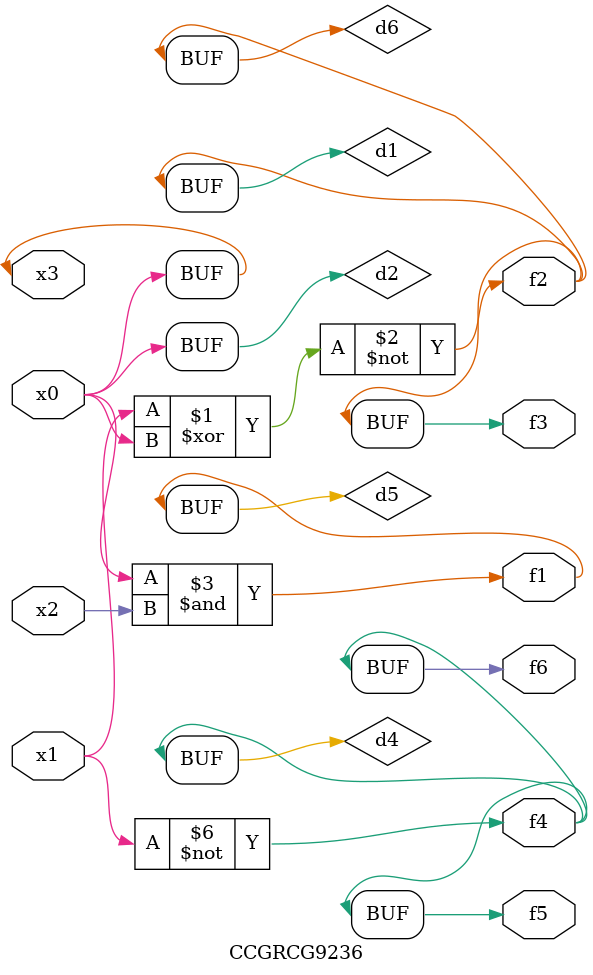
<source format=v>
module CCGRCG9236(
	input x0, x1, x2, x3,
	output f1, f2, f3, f4, f5, f6
);

	wire d1, d2, d3, d4, d5, d6;

	xnor (d1, x1, x3);
	buf (d2, x0, x3);
	nand (d3, x0, x2);
	not (d4, x1);
	nand (d5, d3);
	or (d6, d1);
	assign f1 = d5;
	assign f2 = d6;
	assign f3 = d6;
	assign f4 = d4;
	assign f5 = d4;
	assign f6 = d4;
endmodule

</source>
